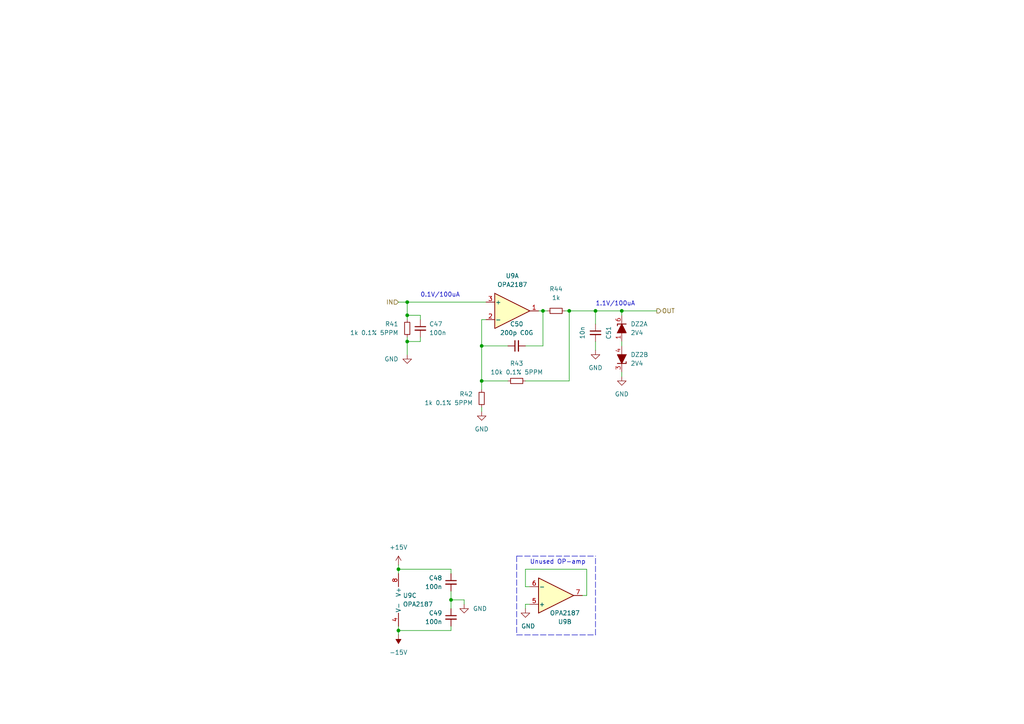
<source format=kicad_sch>
(kicad_sch (version 20230121) (generator eeschema)
  (paper "A4")
  (title_block (title "EuroMeasure Ion Gauge Controller") (date "2024-01-20") (rev "1.1.0"))
  (lib_symbols
    (symbol "Device:C_Small" (pin_numbers hide) (pin_names (offset 0.254) hide)
      (property "Reference" "C" (at 0.254 1.778 0))
      (property "Value" "C_Small" (at 0.254 -2.032 0))
      (symbol "C_Small_0_1"
        (polyline (pts (xy -1.524 -0.508) (xy 1.524 -0.508)) (stroke (width 0.3302)))
        (polyline (pts (xy -1.524 0.508) (xy 1.524 0.508)) (stroke (width 0.3048)))
      )
      (symbol "C_Small_1_1"
        (pin passive line (at 0 2.54 270) (length 2.032) (name "~") (number "1"))
        (pin passive line (at 0 -2.54 90) (length 2.032) (name "~") (number "2"))
      )
    )
    (symbol "Device:R_Small" (pin_numbers hide) (pin_names (offset 0.254) hide)
      (property "Reference" "R" (at 0.762 0.508 0))
      (property "Value" "R_Small" (at 0.762 -1.016 0))
      (symbol "R_Small_0_1"
        (rectangle (start -0.762 1.778) (end 0.762 -1.778) (stroke (width 0.2032)))
      )
      (symbol "R_Small_1_1"
        (pin passive line (at 0 2.54 270) (length 0.762) (name "~") (number "1"))
        (pin passive line (at 0 -2.54 90) (length 0.762) (name "~") (number "2"))
      )
    )
    (symbol "MEMS_Discrete-semiconductor:D_Zener_2V4_dual_MMBZ5221BS" (pin_names (offset 1.016) hide)
      (property "Reference" "DZ" (at 0 5.08 0))
      (property "Value" "2V4" (at 0 2.54 0))
      (symbol "D_Zener_2V4_dual_MMBZ5221BS_0_1"
        (polyline (pts (xy -1.27 0) (xy 1.27 0)))
        (polyline (pts (xy 1.27 -1.27) (xy 1.27 1.27)) (stroke (width 0.254)))
        (polyline (pts (xy 1.27 1.27) (xy 0.762 1.27)) (stroke (width 0.254)))
        (polyline (pts (xy -1.27 1.27) (xy -1.27 -1.27) (xy 1.27 0) (xy -1.27 1.27)) (stroke (width 0.254)) (fill (type outline)))
      )
      (symbol "D_Zener_2V4_dual_MMBZ5221BS_1_1"
        (pin passive line (at -3.81 0 0) (length 2.54) (name "A") (number "1"))
        (pin passive line (at 3.81 0 180) (length 2.54) (name "K") (number "6"))
      )
      (symbol "D_Zener_2V4_dual_MMBZ5221BS_2_1"
        (pin passive line (at 3.81 0 180) (length 2.54) (name "K") (number "3"))
        (pin passive line (at -3.81 0 0) (length 2.54) (name "A") (number "4"))
      )
    )
    (symbol "MEMS_IC:OPA2187IDR-SOIC8" (pin_names (offset 0.127))
      (property "Reference" "U" (at 0 5.08 0))
      (property "Value" "OPA2187" (at 0 -5.08 0))
      (symbol "OPA2187IDR-SOIC8_1_1"
        (polyline (pts (xy -5.08 5.08) (xy 5.08 0) (xy -5.08 -5.08) (xy -5.08 5.08)) (stroke (width 0.254)) (fill (type background)))
        (pin output line (at 7.62 0 180) (length 2.54) (name "~") (number "1"))
        (pin input line (at -7.62 -2.54 0) (length 2.54) (name "-") (number "2"))
        (pin input line (at -7.62 2.54 0) (length 2.54) (name "+") (number "3"))
      )
      (symbol "OPA2187IDR-SOIC8_2_1"
        (polyline (pts (xy -5.08 5.08) (xy 5.08 0) (xy -5.08 -5.08) (xy -5.08 5.08)) (stroke (width 0.254)) (fill (type background)))
        (pin input line (at -7.62 2.54 0) (length 2.54) (name "+") (number "5"))
        (pin input line (at -7.62 -2.54 0) (length 2.54) (name "-") (number "6"))
        (pin output line (at 7.62 0 180) (length 2.54) (name "~") (number "7"))
      )
      (symbol "OPA2187IDR-SOIC8_3_1"
        (pin power_in line (at -2.54 -7.62 90) (length 3.81) (name "V-") (number "4"))
        (pin power_in line (at -2.54 7.62 270) (length 3.81) (name "V+") (number "8"))
      )
    )
    (symbol "MEMS_Passive:R_0805_10k_0.1%_5PPM" (pin_numbers hide) (pin_names (offset 0.254) hide)
      (property "Reference" "R" (at 0.762 0.508 0))
      (property "Value" "10k 0.1% 5PPM" (at 0.762 -1.016 0))
      (symbol "R_0805_10k_0.1%_5PPM_0_1"
        (rectangle (start -0.762 1.778) (end 0.762 -1.778) (stroke (width 0.2032)))
      )
      (symbol "R_0805_10k_0.1%_5PPM_1_1"
        (pin passive line (at 0 2.54 270) (length 0.762) (name "~") (number "1"))
        (pin passive line (at 0 -2.54 90) (length 0.762) (name "~") (number "2"))
      )
    )
    (symbol "MEMS_Passive:R_0805_1k_0.1%_5PPM" (pin_numbers hide) (pin_names (offset 0.254) hide)
      (property "Reference" "R" (at 0.762 0.508 0))
      (property "Value" "1k 0.1% 5PPM" (at 0.762 -1.016 0))
      (symbol "R_0805_1k_0.1%_5PPM_0_1"
        (rectangle (start -0.762 1.778) (end 0.762 -1.778) (stroke (width 0.2032)))
      )
      (symbol "R_0805_1k_0.1%_5PPM_1_1"
        (pin passive line (at 0 2.54 270) (length 0.762) (name "~") (number "1"))
        (pin passive line (at 0 -2.54 90) (length 0.762) (name "~") (number "2"))
      )
    )
    (symbol "power:+15V" (power) (pin_names (offset 0))
      (property "Value" "+15V" (at 0 3.556 0))
      (symbol "+15V_0_1"
        (polyline (pts (xy -0.762 1.27) (xy 0 2.54)))
        (polyline (pts (xy 0 0) (xy 0 2.54)))
        (polyline (pts (xy 0 2.54) (xy 0.762 1.27)))
      )
      (symbol "+15V_1_1"
        (pin power_in line (at 0 0 90) (length 0) hide (name "+15V") (number "1"))
      )
    )
    (symbol "power:-15V" (power) (pin_names (offset 0))
      (property "Value" "-15V" (at 0 3.81 0))
      (symbol "-15V_0_0"
        (pin power_in line (at 0 0 90) (length 0) hide (name "-15V") (number "1"))
      )
      (symbol "-15V_0_1"
        (polyline (pts (xy 0 0) (xy 0 1.27) (xy 0.762 1.27) (xy 0 2.54) (xy -0.762 1.27) (xy 0 1.27)) (fill (type outline)))
      )
    )
    (symbol "power:GND" (power) (pin_names (offset 0))
      (property "Value" "GND" (at 0 -3.81 0))
      (symbol "GND_0_1"
        (polyline (pts (xy 0 0) (xy 0 -1.27) (xy 1.27 -1.27) (xy 0 -2.54) (xy -1.27 -1.27) (xy 0 -1.27)))
      )
      (symbol "GND_1_1"
        (pin power_in line (at 0 0 270) (length 0) hide (name "GND") (number "1"))
      )
    )
  )
  (junction (at 118.11 91.44))
  (junction (at 139.7 110.49))
  (junction (at 118.11 87.63))
  (junction (at 118.11 99.06))
  (junction (at 115.57 165.1))
  (junction (at 157.48 90.17))
  (junction (at 180.34 90.17))
  (junction (at 172.72 90.17))
  (junction (at 139.7 100.33))
  (junction (at 115.57 182.88))
  (junction (at 130.81 173.99))
  (junction (at 165.1 90.17))
  (wire (pts (xy 172.72 90.17) (xy 172.72 93.98)))
  (wire (pts (xy 152.4 170.18) (xy 152.4 165.1)))
  (polyline (pts (xy 172.72 184.15) (xy 172.72 161.29)) (stroke (width 0) (type dash)))
  (wire (pts (xy 156.21 90.17) (xy 157.48 90.17)))
  (wire (pts (xy 152.4 175.26) (xy 153.67 175.26)))
  (wire (pts (xy 134.62 173.99) (xy 130.81 173.99)))
  (wire (pts (xy 152.4 165.1) (xy 170.18 165.1)))
  (polyline (pts (xy 149.86 184.15) (xy 172.72 184.15)) (stroke (width 0) (type dash)))
  (wire (pts (xy 157.48 100.33) (xy 157.48 90.17)))
  (wire (pts (xy 180.34 90.17) (xy 180.34 91.44)))
  (wire (pts (xy 115.57 163.83) (xy 115.57 165.1)))
  (wire (pts (xy 170.18 165.1) (xy 170.18 172.72)))
  (wire (pts (xy 139.7 110.49) (xy 139.7 113.03)))
  (wire (pts (xy 172.72 99.06) (xy 172.72 101.6)))
  (wire (pts (xy 118.11 91.44) (xy 121.92 91.44)))
  (wire (pts (xy 115.57 181.61) (xy 115.57 182.88)))
  (wire (pts (xy 130.81 165.1) (xy 115.57 165.1)))
  (wire (pts (xy 172.72 90.17) (xy 180.34 90.17)))
  (wire (pts (xy 139.7 92.71) (xy 139.7 100.33)))
  (wire (pts (xy 130.81 182.88) (xy 130.81 181.61)))
  (wire (pts (xy 165.1 90.17) (xy 163.83 90.17)))
  (wire (pts (xy 139.7 100.33) (xy 139.7 110.49)))
  (wire (pts (xy 180.34 99.06) (xy 180.34 100.33)))
  (wire (pts (xy 139.7 100.33) (xy 147.32 100.33)))
  (wire (pts (xy 130.81 166.37) (xy 130.81 165.1)))
  (wire (pts (xy 180.34 107.95) (xy 180.34 109.22)))
  (wire (pts (xy 170.18 172.72) (xy 168.91 172.72)))
  (wire (pts (xy 115.57 182.88) (xy 130.81 182.88)))
  (polyline (pts (xy 149.86 161.29) (xy 172.72 161.29)) (stroke (width 0) (type dash)))
  (wire (pts (xy 147.32 110.49) (xy 139.7 110.49)))
  (wire (pts (xy 153.67 170.18) (xy 152.4 170.18)))
  (wire (pts (xy 121.92 99.06) (xy 118.11 99.06)))
  (wire (pts (xy 165.1 90.17) (xy 165.1 110.49)))
  (wire (pts (xy 152.4 110.49) (xy 165.1 110.49)))
  (wire (pts (xy 157.48 90.17) (xy 158.75 90.17)))
  (wire (pts (xy 152.4 100.33) (xy 157.48 100.33)))
  (wire (pts (xy 130.81 173.99) (xy 130.81 176.53)))
  (wire (pts (xy 118.11 99.06) (xy 118.11 102.87)))
  (wire (pts (xy 139.7 92.71) (xy 140.97 92.71)))
  (wire (pts (xy 115.57 165.1) (xy 115.57 166.37)))
  (wire (pts (xy 118.11 87.63) (xy 140.97 87.63)))
  (wire (pts (xy 152.4 176.53) (xy 152.4 175.26)))
  (wire (pts (xy 118.11 97.79) (xy 118.11 99.06)))
  (wire (pts (xy 121.92 97.79) (xy 121.92 99.06)))
  (wire (pts (xy 118.11 87.63) (xy 118.11 91.44)))
  (wire (pts (xy 115.57 182.88) (xy 115.57 184.15)))
  (wire (pts (xy 115.57 87.63) (xy 118.11 87.63)))
  (wire (pts (xy 118.11 91.44) (xy 118.11 92.71)))
  (wire (pts (xy 134.62 175.26) (xy 134.62 173.99)))
  (wire (pts (xy 165.1 90.17) (xy 172.72 90.17)))
  (wire (pts (xy 139.7 118.11) (xy 139.7 119.38)))
  (wire (pts (xy 130.81 171.45) (xy 130.81 173.99)))
  (wire (pts (xy 180.34 90.17) (xy 190.5 90.17)))
  (wire (pts (xy 121.92 92.71) (xy 121.92 91.44)))
  (polyline (pts (xy 149.86 161.29) (xy 149.86 184.15)) (stroke (width 0) (type dash)))
  (text "1.1V/100uA" (at 172.72 88.9 0) (effects (font (size 1.27 1.27)) (justify left bottom)))
  (text "Unused OP-amp" (at 153.67 163.83 0) (effects (font (size 1.27 1.27)) (justify left bottom)))
  (text "0.1V/100uA" (at 121.92 86.36 0) (effects (font (size 1.27 1.27)) (justify left bottom)))
  (hierarchical_label "OUT" (shape output) (at 190.5 90.17 0))
  (hierarchical_label "IN" (shape input) (at 115.57 87.63 180))
  (symbol (lib_id "Device:C_Small") (at 149.86 100.33 90) (unit 1)
    (property "Reference" "C50" (at 149.8663 93.98 90))
    (property "Value" "200p C0G" (at 149.8663 96.52 90))
    (property "Footprint" "Capacitor_SMD:C_0805_2012Metric_Pad1.18x1.45mm_HandSolder" (effects hide))
  )
  (symbol (lib_id "Device:C_Small") (at 121.92 95.25 0) (unit 1)
    (property "Reference" "C47" (at 124.46 93.9863 0) (effects (justify left)))
    (property "Value" "100n" (at 124.46 96.5263 0) (effects (justify left)))
    (property "Footprint" "Capacitor_SMD:C_0805_2012Metric_Pad1.18x1.45mm_HandSolder" (effects hide))
  )
  (symbol (lib_id "Device:R_Small") (at 161.29 90.17 90) (unit 1)
    (property "Reference" "R44" (at 161.29 83.82 90))
    (property "Value" "1k" (at 161.29 86.36 90))
    (property "Footprint" "Resistor_SMD:R_0805_2012Metric" (effects hide))
  )
  (symbol (lib_id "MEMS_IC:OPA2187IDR-SOIC8") (at 118.11 173.99 0) (unit 3)
    (property "Reference" "U9" (at 116.84 172.72 0) (effects (justify left)))
    (property "Value" "OPA2187" (at 116.84 175.26 0) (effects (justify left)))
    (property "Footprint" "Package_SO:SOIC-8_3.9x4.9mm_P1.27mm" (effects hide))
    (property "Datasheet" "https://www.ti.com/lit/ds/symlink/opa4187.pdf" (effects hide))
    (property "MPN" "OPA2187IDR" (effects hide))
    (property "Mouser" "595-OPA2187IDR" (effects hide))
  )
  (symbol (lib_id "power:GND") (at 180.34 109.22 0) (mirror y) (unit 1)
    (property "Reference" "#PWR086" (effects hide))
    (property "Value" "GND" (at 180.34 114.3 0))
  )
  (symbol (lib_id "MEMS_Passive:R_0805_10k_0.1%_5PPM") (at 149.86 110.49 90) (mirror x) (unit 1)
    (property "Reference" "R43" (at 149.86 105.41 90))
    (property "Value" "10k 0.1% 5PPM" (at 149.86 107.95 90))
    (property "Footprint" "Resistor_SMD:R_0805_2012Metric_Pad1.20x1.40mm_HandSolder" (effects hide))
    (property "Datasheet" "https://www.mouser.pl/datasheet/2/414/TTRB_S_A0010186342_1-2565648.pdf" (effects hide))
    (property "MPN" "PCF0805-13-10KBT1" (effects hide))
    (property "Mouser" "756-PCF08051310KBT1" (effects hide))
  )
  (symbol (lib_id "power:-15V") (at 115.57 184.15 180) (unit 1)
    (property "Reference" "#PWR080" (effects hide))
    (property "Value" "-15V" (at 115.57 189.23 0))
  )
  (symbol (lib_id "power:GND") (at 139.7 119.38 0) (mirror y) (unit 1)
    (property "Reference" "#PWR083" (effects hide))
    (property "Value" "GND" (at 139.7 124.46 0))
  )
  (symbol (lib_id "Device:C_Small") (at 130.81 179.07 0) (unit 1)
    (property "Reference" "C49" (at 128.27 177.8063 0) (effects (justify right)))
    (property "Value" "100n" (at 128.27 180.3463 0) (effects (justify right)))
    (property "Footprint" "Capacitor_SMD:C_0805_2012Metric_Pad1.18x1.45mm_HandSolder" (effects hide))
  )
  (symbol (lib_id "MEMS_Discrete-semiconductor:D_Zener_2V4_dual_MMBZ5221BS") (at 180.34 95.25 90) (unit 1)
    (property "Reference" "DZ2" (at 182.88 93.98 90) (effects (justify right)))
    (property "Value" "2V4" (at 182.88 96.52 90) (effects (justify right)))
    (property "Footprint" "Package_TO_SOT_SMD:SOT-363_SC-70-6_Handsoldering" (effects hide))
    (property "Datasheet" "https://www.mouser.pl/datasheet/2/115/DIODS09919_1-2541805.pdf" (effects hide))
    (property "Mouser" "621-MMBZ5221BS-F" (effects hide))
    (property "MPN" "MMBZ5221BS-7-F" (effects hide))
  )
  (symbol (lib_id "power:+15V") (at 115.57 163.83 0) (unit 1)
    (property "Reference" "#PWR079" (effects hide))
    (property "Value" "+15V" (at 115.57 158.75 0))
  )
  (symbol (lib_id "MEMS_IC:OPA2187IDR-SOIC8") (at 161.29 172.72 0) (mirror x) (unit 2)
    (property "Reference" "U9" (at 163.83 180.34 0))
    (property "Value" "OPA2187" (at 163.83 177.8 0))
    (property "Footprint" "Package_SO:SOIC-8_3.9x4.9mm_P1.27mm" (effects hide))
    (property "Datasheet" "https://www.ti.com/lit/ds/symlink/opa4187.pdf" (effects hide))
    (property "MPN" "OPA2187IDR" (effects hide))
    (property "Mouser" "595-OPA2187IDR" (effects hide))
  )
  (symbol (lib_id "power:GND") (at 118.11 102.87 0) (mirror y) (unit 1)
    (property "Reference" "#PWR081" (effects hide))
    (property "Value" "GND" (at 115.57 104.14 0) (effects (justify left)))
  )
  (symbol (lib_id "Device:C_Small") (at 130.81 168.91 0) (mirror y) (unit 1)
    (property "Reference" "C48" (at 128.27 167.6463 0) (effects (justify left)))
    (property "Value" "100n" (at 128.27 170.1863 0) (effects (justify left)))
    (property "Footprint" "Capacitor_SMD:C_0805_2012Metric_Pad1.18x1.45mm_HandSolder" (effects hide))
  )
  (symbol (lib_id "power:GND") (at 172.72 101.6 0) (mirror y) (unit 1)
    (property "Reference" "#PWR085" (effects hide))
    (property "Value" "GND" (at 172.72 106.68 0))
  )
  (symbol (lib_id "power:GND") (at 134.62 175.26 0) (mirror y) (unit 1)
    (property "Reference" "#PWR082" (effects hide))
    (property "Value" "GND" (at 137.16 176.53 0) (effects (justify right)))
  )
  (symbol (lib_id "Device:C_Small") (at 172.72 96.52 0) (unit 1)
    (property "Reference" "C51" (at 176.53 96.52 90))
    (property "Value" "10n" (at 168.91 96.52 90))
    (property "Footprint" "Capacitor_SMD:C_0805_2012Metric_Pad1.18x1.45mm_HandSolder" (effects hide))
  )
  (symbol (lib_id "MEMS_IC:OPA2187IDR-SOIC8") (at 148.59 90.17 0) (unit 1)
    (property "Reference" "U9" (at 148.59 80.01 0))
    (property "Value" "OPA2187" (at 148.59 82.55 0))
    (property "Footprint" "Package_SO:SOIC-8_3.9x4.9mm_P1.27mm" (effects hide))
    (property "Datasheet" "https://www.ti.com/lit/ds/symlink/opa4187.pdf" (effects hide))
    (property "MPN" "OPA2187IDR" (effects hide))
    (property "Mouser" "595-OPA2187IDR" (effects hide))
  )
  (symbol (lib_id "MEMS_Discrete-semiconductor:D_Zener_2V4_dual_MMBZ5221BS") (at 180.34 104.14 270) (unit 2)
    (property "Reference" "DZ2" (at 182.88 102.87 90) (effects (justify left)))
    (property "Value" "2V4" (at 182.88 105.41 90) (effects (justify left)))
    (property "Footprint" "Package_TO_SOT_SMD:SOT-363_SC-70-6_Handsoldering" (effects hide))
    (property "Datasheet" "https://www.mouser.pl/datasheet/2/115/DIODS09919_1-2541805.pdf" (effects hide))
    (property "Mouser" "621-MMBZ5221BS-F" (effects hide))
    (property "MPN" "MMBZ5221BS-7-F" (effects hide))
  )
  (symbol (lib_id "power:GND") (at 152.4 176.53 0) (mirror y) (unit 1)
    (property "Reference" "#PWR084" (effects hide))
    (property "Value" "GND" (at 151.13 181.61 0) (effects (justify right)))
  )
  (symbol (lib_id "MEMS_Passive:R_0805_1k_0.1%_5PPM") (at 139.7 115.57 0) (unit 1)
    (property "Reference" "R42" (at 137.16 114.3 0) (effects (justify right)))
    (property "Value" "1k 0.1% 5PPM" (at 137.16 116.84 0) (effects (justify right)))
    (property "Footprint" "Resistor_SMD:R_0805_2012Metric_Pad1.20x1.40mm_HandSolder" (effects hide))
    (property "Datasheet" "https://www.mouser.pl/datasheet/2/414/TTRB_S_A0010186342_1-2565648.pdf" (effects hide))
    (property "MPN" "PCF0805-13-1K0BT1" (effects hide))
    (property "Mouser" "756-PCF0805131K0BT1" (effects hide))
  )
  (symbol (lib_id "MEMS_Passive:R_0805_1k_0.1%_5PPM") (at 118.11 95.25 0) (unit 1)
    (property "Reference" "R41" (at 115.57 93.98 0) (effects (justify right)))
    (property "Value" "1k 0.1% 5PPM" (at 115.57 96.52 0) (effects (justify right)))
    (property "Footprint" "Resistor_SMD:R_0805_2012Metric_Pad1.20x1.40mm_HandSolder" (effects hide))
    (property "Datasheet" "https://www.mouser.pl/datasheet/2/414/TTRB_S_A0010186342_1-2565648.pdf" (effects hide))
    (property "MPN" "PCF0805-13-1K0BT1" (effects hide))
    (property "Mouser" "756-PCF0805131K0BT1" (effects hide))
  )
)
</source>
